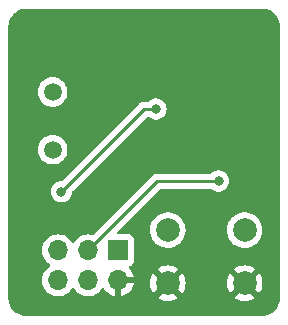
<source format=gbr>
%TF.GenerationSoftware,KiCad,Pcbnew,6.0.11+dfsg-1~bpo11+1*%
%TF.CreationDate,2023-08-17T01:34:46-07:00*%
%TF.ProjectId,electrical_intro_project,656c6563-7472-4696-9361-6c5f696e7472,rev?*%
%TF.SameCoordinates,Original*%
%TF.FileFunction,Copper,L2,Bot*%
%TF.FilePolarity,Positive*%
%FSLAX46Y46*%
G04 Gerber Fmt 4.6, Leading zero omitted, Abs format (unit mm)*
G04 Created by KiCad (PCBNEW 6.0.11+dfsg-1~bpo11+1) date 2023-08-17 01:34:46*
%MOMM*%
%LPD*%
G01*
G04 APERTURE LIST*
%TA.AperFunction,ComponentPad*%
%ADD10C,1.500000*%
%TD*%
%TA.AperFunction,ComponentPad*%
%ADD11C,2.000000*%
%TD*%
%TA.AperFunction,ComponentPad*%
%ADD12R,1.700000X1.700000*%
%TD*%
%TA.AperFunction,ComponentPad*%
%ADD13O,1.700000X1.700000*%
%TD*%
%TA.AperFunction,ViaPad*%
%ADD14C,0.800000*%
%TD*%
%TA.AperFunction,Conductor*%
%ADD15C,0.250000*%
%TD*%
%TA.AperFunction,Conductor*%
%ADD16C,0.500000*%
%TD*%
G04 APERTURE END LIST*
D10*
%TO.P,Y1,2,2*%
%TO.N,XTAL2*%
X117250000Y-105430000D03*
%TO.P,Y1,1,1*%
%TO.N,XTAL1*%
X117250000Y-100550000D03*
%TD*%
D11*
%TO.P,SW1,1,1*%
%TO.N,+5V*%
X127000000Y-116750000D03*
X133500000Y-116750000D03*
%TO.P,SW1,2,2*%
%TO.N,button_pin*%
X133500000Y-112250000D03*
X127000000Y-112250000D03*
%TD*%
D12*
%TO.P,J1,1,MISO*%
%TO.N,MISO*%
X122790000Y-113960000D03*
D13*
%TO.P,J1,2,VCC*%
%TO.N,+5V*%
X122790000Y-116500000D03*
%TO.P,J1,3,SCK*%
%TO.N,SCK*%
X120250000Y-113960000D03*
%TO.P,J1,4,MOSI*%
%TO.N,MOSI*%
X120250000Y-116500000D03*
%TO.P,J1,5,~{RST}*%
%TO.N,RST*%
X117710000Y-113960000D03*
%TO.P,J1,6,GND*%
%TO.N,GND*%
X117710000Y-116500000D03*
%TD*%
D14*
%TO.N,RST*%
X126000000Y-102000000D03*
X118000000Y-109000000D03*
%TO.N,+5V*%
X133250000Y-106250000D03*
X121000000Y-109500000D03*
X129000000Y-104000000D03*
X125500000Y-103250000D03*
%TO.N,SCK*%
X131300000Y-108100000D03*
%TD*%
D15*
%TO.N,RST*%
X118000000Y-109000000D02*
X125000000Y-102000000D01*
X125000000Y-102000000D02*
X126000000Y-102000000D01*
D16*
%TO.N,+5V*%
X123040000Y-116750000D02*
X122790000Y-116500000D01*
D15*
%TO.N,SCK*%
X131300000Y-108100000D02*
X126110000Y-108100000D01*
X126110000Y-108100000D02*
X120250000Y-113960000D01*
%TD*%
%TA.AperFunction,Conductor*%
%TO.N,+5V*%
G36*
X134970489Y-93501976D02*
G01*
X134985093Y-93504250D01*
X134985095Y-93504250D01*
X134993823Y-93505609D01*
X135008845Y-93503645D01*
X135033760Y-93502915D01*
X135090607Y-93506981D01*
X135204561Y-93515131D01*
X135222063Y-93517647D01*
X135404088Y-93557244D01*
X135413788Y-93559354D01*
X135430764Y-93564338D01*
X135614609Y-93632909D01*
X135630702Y-93640259D01*
X135802905Y-93734289D01*
X135817788Y-93743854D01*
X135974867Y-93861442D01*
X135988238Y-93873028D01*
X136126972Y-94011762D01*
X136138558Y-94025133D01*
X136256146Y-94182212D01*
X136265711Y-94197095D01*
X136359741Y-94369298D01*
X136367091Y-94385391D01*
X136435662Y-94569236D01*
X136440646Y-94586212D01*
X136482352Y-94777932D01*
X136484870Y-94795444D01*
X136496586Y-94959255D01*
X136495849Y-94976977D01*
X136495750Y-94985093D01*
X136494391Y-94993823D01*
X136496188Y-95007563D01*
X136498453Y-95024886D01*
X136499500Y-95040964D01*
X136499500Y-117951413D01*
X136498024Y-117970489D01*
X136496127Y-117982676D01*
X136494391Y-117993823D01*
X136496355Y-118008845D01*
X136497085Y-118033760D01*
X136485928Y-118189765D01*
X136484870Y-118204556D01*
X136482352Y-118222068D01*
X136440646Y-118413788D01*
X136435662Y-118430764D01*
X136367091Y-118614609D01*
X136359741Y-118630702D01*
X136265711Y-118802905D01*
X136256146Y-118817788D01*
X136138558Y-118974867D01*
X136126972Y-118988238D01*
X135988238Y-119126972D01*
X135974867Y-119138558D01*
X135817788Y-119256146D01*
X135802905Y-119265711D01*
X135630702Y-119359741D01*
X135614609Y-119367091D01*
X135430764Y-119435662D01*
X135413788Y-119440646D01*
X135222063Y-119482353D01*
X135204561Y-119484869D01*
X135040743Y-119496586D01*
X135023023Y-119495849D01*
X135014907Y-119495750D01*
X135006177Y-119494391D01*
X134975114Y-119498453D01*
X134959036Y-119499500D01*
X115048587Y-119499500D01*
X115029511Y-119498024D01*
X115014907Y-119495750D01*
X115014905Y-119495750D01*
X115006177Y-119494391D01*
X114991155Y-119496355D01*
X114966240Y-119497085D01*
X114909393Y-119493019D01*
X114795439Y-119484869D01*
X114777937Y-119482353D01*
X114586212Y-119440646D01*
X114569236Y-119435662D01*
X114385391Y-119367091D01*
X114369298Y-119359741D01*
X114197095Y-119265711D01*
X114182212Y-119256146D01*
X114025133Y-119138558D01*
X114011762Y-119126972D01*
X113873028Y-118988238D01*
X113861442Y-118974867D01*
X113743854Y-118817788D01*
X113734289Y-118802905D01*
X113640259Y-118630702D01*
X113632909Y-118614609D01*
X113564338Y-118430764D01*
X113559354Y-118413788D01*
X113517648Y-118222068D01*
X113515130Y-118204556D01*
X113513858Y-118186764D01*
X113503668Y-118044299D01*
X113504737Y-118021890D01*
X113504273Y-118021848D01*
X113504701Y-118017078D01*
X113505496Y-118012354D01*
X113505647Y-118000000D01*
X113504763Y-117993823D01*
X113503166Y-117982676D01*
X126132064Y-117982676D01*
X126137701Y-117990206D01*
X126309106Y-118095245D01*
X126317769Y-118099659D01*
X126528061Y-118186764D01*
X126537297Y-118189765D01*
X126758634Y-118242904D01*
X126768219Y-118244422D01*
X126995146Y-118262281D01*
X127004854Y-118262281D01*
X127231781Y-118244422D01*
X127241366Y-118242904D01*
X127462703Y-118189765D01*
X127471939Y-118186764D01*
X127682231Y-118099659D01*
X127690894Y-118095245D01*
X127858689Y-117992419D01*
X127867503Y-117982676D01*
X132632064Y-117982676D01*
X132637701Y-117990206D01*
X132809106Y-118095245D01*
X132817769Y-118099659D01*
X133028061Y-118186764D01*
X133037297Y-118189765D01*
X133258634Y-118242904D01*
X133268219Y-118244422D01*
X133495146Y-118262281D01*
X133504854Y-118262281D01*
X133731781Y-118244422D01*
X133741366Y-118242904D01*
X133962703Y-118189765D01*
X133971939Y-118186764D01*
X134182231Y-118099659D01*
X134190894Y-118095245D01*
X134358689Y-117992419D01*
X134368001Y-117982125D01*
X134364278Y-117973488D01*
X133512607Y-117121817D01*
X133498887Y-117114325D01*
X133497081Y-117114454D01*
X133490574Y-117118636D01*
X132638715Y-117970495D01*
X132632064Y-117982676D01*
X127867503Y-117982676D01*
X127868001Y-117982125D01*
X127864278Y-117973488D01*
X127012607Y-117121817D01*
X126998887Y-117114325D01*
X126997081Y-117114454D01*
X126990574Y-117118636D01*
X126138715Y-117970495D01*
X126132064Y-117982676D01*
X113503166Y-117982676D01*
X113501752Y-117972802D01*
X113500500Y-117955223D01*
X113500500Y-116500000D01*
X116354341Y-116500000D01*
X116374937Y-116735408D01*
X116376336Y-116740631D01*
X116376337Y-116740634D01*
X116381466Y-116759774D01*
X116436097Y-116963663D01*
X116438384Y-116968567D01*
X116438386Y-116968573D01*
X116508363Y-117118636D01*
X116535965Y-117177829D01*
X116539072Y-117182266D01*
X116539073Y-117182268D01*
X116668399Y-117366966D01*
X116668403Y-117366970D01*
X116671505Y-117371401D01*
X116838599Y-117538495D01*
X117032170Y-117674035D01*
X117246337Y-117773903D01*
X117330137Y-117796357D01*
X117469366Y-117833663D01*
X117469369Y-117833664D01*
X117474592Y-117835063D01*
X117479979Y-117835534D01*
X117479983Y-117835535D01*
X117704605Y-117855187D01*
X117710000Y-117855659D01*
X117715395Y-117855187D01*
X117940017Y-117835535D01*
X117940021Y-117835534D01*
X117945408Y-117835063D01*
X117950631Y-117833664D01*
X117950634Y-117833663D01*
X118089863Y-117796357D01*
X118173663Y-117773903D01*
X118387830Y-117674035D01*
X118581401Y-117538495D01*
X118748495Y-117371401D01*
X118751597Y-117366970D01*
X118751601Y-117366966D01*
X118878425Y-117185841D01*
X118933002Y-117142216D01*
X119002500Y-117135022D01*
X119064855Y-117166545D01*
X119081575Y-117185841D01*
X119208399Y-117366966D01*
X119208403Y-117366970D01*
X119211505Y-117371401D01*
X119378599Y-117538495D01*
X119572170Y-117674035D01*
X119786337Y-117773903D01*
X119870137Y-117796357D01*
X120009366Y-117833663D01*
X120009369Y-117833664D01*
X120014592Y-117835063D01*
X120019979Y-117835534D01*
X120019983Y-117835535D01*
X120244605Y-117855187D01*
X120250000Y-117855659D01*
X120255395Y-117855187D01*
X120480017Y-117835535D01*
X120480021Y-117835534D01*
X120485408Y-117835063D01*
X120490631Y-117833664D01*
X120490634Y-117833663D01*
X120629863Y-117796357D01*
X120713663Y-117773903D01*
X120927830Y-117674035D01*
X121121401Y-117538495D01*
X121288495Y-117371401D01*
X121291597Y-117366970D01*
X121291601Y-117366966D01*
X121416107Y-117189152D01*
X121470684Y-117145527D01*
X121540182Y-117138333D01*
X121602537Y-117169856D01*
X121623409Y-117195485D01*
X121687731Y-117300448D01*
X121693725Y-117308639D01*
X121833270Y-117469734D01*
X121840515Y-117476829D01*
X122004497Y-117612969D01*
X122012813Y-117618791D01*
X122196820Y-117726317D01*
X122205976Y-117730703D01*
X122405077Y-117806732D01*
X122414816Y-117809562D01*
X122518532Y-117830663D01*
X122532357Y-117829487D01*
X122536000Y-117819301D01*
X122536000Y-117818802D01*
X123044000Y-117818802D01*
X123048001Y-117832427D01*
X123061200Y-117834429D01*
X123068269Y-117833523D01*
X123078182Y-117831416D01*
X123282332Y-117770168D01*
X123291768Y-117766470D01*
X123483168Y-117672703D01*
X123491877Y-117667512D01*
X123665402Y-117543739D01*
X123673135Y-117537203D01*
X123824103Y-117386760D01*
X123830687Y-117379024D01*
X123955050Y-117205955D01*
X123960278Y-117197254D01*
X124054707Y-117006193D01*
X124058444Y-116996753D01*
X124120402Y-116792829D01*
X124122544Y-116782918D01*
X124124024Y-116771676D01*
X124121847Y-116757719D01*
X124111871Y-116754854D01*
X125487719Y-116754854D01*
X125505578Y-116981781D01*
X125507096Y-116991366D01*
X125560235Y-117212703D01*
X125563236Y-117221939D01*
X125650341Y-117432231D01*
X125654755Y-117440894D01*
X125757581Y-117608689D01*
X125767875Y-117618001D01*
X125776512Y-117614278D01*
X126628183Y-116762607D01*
X126634459Y-116751113D01*
X127364325Y-116751113D01*
X127364454Y-116752919D01*
X127368636Y-116759426D01*
X128220495Y-117611285D01*
X128232676Y-117617936D01*
X128240206Y-117612299D01*
X128345245Y-117440894D01*
X128349659Y-117432231D01*
X128436764Y-117221939D01*
X128439765Y-117212703D01*
X128492904Y-116991366D01*
X128494422Y-116981781D01*
X128512281Y-116754854D01*
X131987719Y-116754854D01*
X132005578Y-116981781D01*
X132007096Y-116991366D01*
X132060235Y-117212703D01*
X132063236Y-117221939D01*
X132150341Y-117432231D01*
X132154755Y-117440894D01*
X132257581Y-117608689D01*
X132267875Y-117618001D01*
X132276512Y-117614278D01*
X133128183Y-116762607D01*
X133134459Y-116751113D01*
X133864325Y-116751113D01*
X133864454Y-116752919D01*
X133868636Y-116759426D01*
X134720495Y-117611285D01*
X134732676Y-117617936D01*
X134740206Y-117612299D01*
X134845245Y-117440894D01*
X134849659Y-117432231D01*
X134936764Y-117221939D01*
X134939765Y-117212703D01*
X134992904Y-116991366D01*
X134994422Y-116981781D01*
X135012281Y-116754854D01*
X135012281Y-116745146D01*
X134994422Y-116518219D01*
X134992904Y-116508634D01*
X134939765Y-116287297D01*
X134936764Y-116278061D01*
X134849659Y-116067769D01*
X134845245Y-116059106D01*
X134742419Y-115891311D01*
X134732125Y-115881999D01*
X134723488Y-115885722D01*
X133871817Y-116737393D01*
X133864325Y-116751113D01*
X133134459Y-116751113D01*
X133135675Y-116748887D01*
X133135546Y-116747081D01*
X133131364Y-116740574D01*
X132279505Y-115888715D01*
X132267324Y-115882064D01*
X132259794Y-115887701D01*
X132154755Y-116059106D01*
X132150341Y-116067769D01*
X132063236Y-116278061D01*
X132060235Y-116287297D01*
X132007096Y-116508634D01*
X132005578Y-116518219D01*
X131987719Y-116745146D01*
X131987719Y-116754854D01*
X128512281Y-116754854D01*
X128512281Y-116745146D01*
X128494422Y-116518219D01*
X128492904Y-116508634D01*
X128439765Y-116287297D01*
X128436764Y-116278061D01*
X128349659Y-116067769D01*
X128345245Y-116059106D01*
X128242419Y-115891311D01*
X128232125Y-115881999D01*
X128223488Y-115885722D01*
X127371817Y-116737393D01*
X127364325Y-116751113D01*
X126634459Y-116751113D01*
X126635675Y-116748887D01*
X126635546Y-116747081D01*
X126631364Y-116740574D01*
X125779505Y-115888715D01*
X125767324Y-115882064D01*
X125759794Y-115887701D01*
X125654755Y-116059106D01*
X125650341Y-116067769D01*
X125563236Y-116278061D01*
X125560235Y-116287297D01*
X125507096Y-116508634D01*
X125505578Y-116518219D01*
X125487719Y-116745146D01*
X125487719Y-116754854D01*
X124111871Y-116754854D01*
X124108898Y-116754000D01*
X123061830Y-116754000D01*
X123046831Y-116758404D01*
X123045644Y-116759774D01*
X123044000Y-116767332D01*
X123044000Y-117818802D01*
X122536000Y-117818802D01*
X122536000Y-116370000D01*
X122555685Y-116302961D01*
X122608489Y-116257206D01*
X122660000Y-116246000D01*
X124108629Y-116246000D01*
X124121946Y-116242090D01*
X124123232Y-116233151D01*
X124081193Y-116065790D01*
X124077930Y-116056207D01*
X123992940Y-115860741D01*
X123988149Y-115851805D01*
X123872378Y-115672852D01*
X123866194Y-115664822D01*
X123732483Y-115517875D01*
X126131999Y-115517875D01*
X126135722Y-115526512D01*
X126987393Y-116378183D01*
X127001113Y-116385675D01*
X127002919Y-116385546D01*
X127009426Y-116381364D01*
X127861285Y-115529505D01*
X127867635Y-115517875D01*
X132631999Y-115517875D01*
X132635722Y-115526512D01*
X133487393Y-116378183D01*
X133501113Y-116385675D01*
X133502919Y-116385546D01*
X133509426Y-116381364D01*
X134361285Y-115529505D01*
X134367936Y-115517324D01*
X134362299Y-115509794D01*
X134190894Y-115404755D01*
X134182231Y-115400341D01*
X133971939Y-115313236D01*
X133962703Y-115310235D01*
X133741366Y-115257096D01*
X133731781Y-115255578D01*
X133504854Y-115237719D01*
X133495146Y-115237719D01*
X133268219Y-115255578D01*
X133258634Y-115257096D01*
X133037297Y-115310235D01*
X133028061Y-115313236D01*
X132817769Y-115400341D01*
X132809106Y-115404755D01*
X132641311Y-115507581D01*
X132631999Y-115517875D01*
X127867635Y-115517875D01*
X127867936Y-115517324D01*
X127862299Y-115509794D01*
X127690894Y-115404755D01*
X127682231Y-115400341D01*
X127471939Y-115313236D01*
X127462703Y-115310235D01*
X127241366Y-115257096D01*
X127231781Y-115255578D01*
X127004854Y-115237719D01*
X126995146Y-115237719D01*
X126768219Y-115255578D01*
X126758634Y-115257096D01*
X126537297Y-115310235D01*
X126528061Y-115313236D01*
X126317769Y-115400341D01*
X126309106Y-115404755D01*
X126141311Y-115507581D01*
X126131999Y-115517875D01*
X123732483Y-115517875D01*
X123722751Y-115507180D01*
X123721046Y-115505590D01*
X123720564Y-115504777D01*
X123719328Y-115503418D01*
X123719608Y-115503163D01*
X123685439Y-115445475D01*
X123687985Y-115375651D01*
X123727876Y-115318289D01*
X123762083Y-115298789D01*
X123874555Y-115256626D01*
X123874556Y-115256626D01*
X123882824Y-115253526D01*
X123889889Y-115248231D01*
X123889891Y-115248230D01*
X123990481Y-115172841D01*
X123997546Y-115167546D01*
X124083526Y-115052824D01*
X124133851Y-114918580D01*
X124140500Y-114857377D01*
X124140499Y-113062624D01*
X124133851Y-113001420D01*
X124083526Y-112867176D01*
X123997546Y-112752454D01*
X123990481Y-112747159D01*
X123889891Y-112671770D01*
X123889889Y-112671769D01*
X123882824Y-112666474D01*
X123748580Y-112616149D01*
X123687377Y-112609500D01*
X123674032Y-112609500D01*
X122784451Y-112609501D01*
X122717413Y-112589817D01*
X122671658Y-112537013D01*
X122661714Y-112467854D01*
X122690739Y-112404298D01*
X122696771Y-112397820D01*
X122881377Y-112213214D01*
X125494806Y-112213214D01*
X125509010Y-112459545D01*
X125510129Y-112464509D01*
X125560582Y-112688387D01*
X125563255Y-112700249D01*
X125565168Y-112704960D01*
X125631037Y-112867176D01*
X125656084Y-112928861D01*
X125658746Y-112933205D01*
X125782344Y-113134898D01*
X125782348Y-113134903D01*
X125785006Y-113139241D01*
X125788338Y-113143087D01*
X125788339Y-113143089D01*
X125913070Y-113287082D01*
X125946557Y-113325741D01*
X125950467Y-113328988D01*
X125950471Y-113328991D01*
X126036007Y-113400004D01*
X126136399Y-113483351D01*
X126238967Y-113543287D01*
X126345036Y-113605269D01*
X126345040Y-113605271D01*
X126349433Y-113607838D01*
X126579939Y-113695859D01*
X126695478Y-113719366D01*
X126816741Y-113744038D01*
X126816744Y-113744038D01*
X126821726Y-113745052D01*
X126983367Y-113750979D01*
X127063221Y-113753907D01*
X127063224Y-113753907D01*
X127068300Y-113754093D01*
X127313041Y-113722741D01*
X127402644Y-113695859D01*
X127544502Y-113653300D01*
X127544506Y-113653299D01*
X127549374Y-113651838D01*
X127770954Y-113543287D01*
X127775099Y-113540330D01*
X127775103Y-113540328D01*
X127967686Y-113402959D01*
X127971829Y-113400004D01*
X128146605Y-113225837D01*
X128290588Y-113025463D01*
X128399911Y-112804264D01*
X128471639Y-112568180D01*
X128503845Y-112323550D01*
X128505643Y-112250000D01*
X128503037Y-112218297D01*
X128502619Y-112213214D01*
X131994806Y-112213214D01*
X132009010Y-112459545D01*
X132010129Y-112464509D01*
X132060582Y-112688387D01*
X132063255Y-112700249D01*
X132065168Y-112704960D01*
X132131037Y-112867176D01*
X132156084Y-112928861D01*
X132158746Y-112933205D01*
X132282344Y-113134898D01*
X132282348Y-113134903D01*
X132285006Y-113139241D01*
X132288338Y-113143087D01*
X132288339Y-113143089D01*
X132413070Y-113287082D01*
X132446557Y-113325741D01*
X132450467Y-113328988D01*
X132450471Y-113328991D01*
X132536007Y-113400004D01*
X132636399Y-113483351D01*
X132738967Y-113543287D01*
X132845036Y-113605269D01*
X132845040Y-113605271D01*
X132849433Y-113607838D01*
X133079939Y-113695859D01*
X133195478Y-113719366D01*
X133316741Y-113744038D01*
X133316744Y-113744038D01*
X133321726Y-113745052D01*
X133483367Y-113750979D01*
X133563221Y-113753907D01*
X133563224Y-113753907D01*
X133568300Y-113754093D01*
X133813041Y-113722741D01*
X133902644Y-113695859D01*
X134044502Y-113653300D01*
X134044506Y-113653299D01*
X134049374Y-113651838D01*
X134270954Y-113543287D01*
X134275099Y-113540330D01*
X134275103Y-113540328D01*
X134467686Y-113402959D01*
X134471829Y-113400004D01*
X134646605Y-113225837D01*
X134790588Y-113025463D01*
X134899911Y-112804264D01*
X134971639Y-112568180D01*
X135003845Y-112323550D01*
X135005643Y-112250000D01*
X135003037Y-112218297D01*
X134985842Y-112009164D01*
X134985425Y-112004089D01*
X134925316Y-111764783D01*
X134826928Y-111538507D01*
X134692905Y-111331339D01*
X134630203Y-111262431D01*
X134530278Y-111152613D01*
X134530274Y-111152609D01*
X134526846Y-111148842D01*
X134333210Y-110995918D01*
X134282695Y-110968032D01*
X134121653Y-110879132D01*
X134121650Y-110879131D01*
X134117198Y-110876673D01*
X133884610Y-110794309D01*
X133641694Y-110751039D01*
X133555090Y-110749981D01*
X133400062Y-110748087D01*
X133400060Y-110748087D01*
X133394972Y-110748025D01*
X133151070Y-110785347D01*
X132916540Y-110862003D01*
X132912026Y-110864353D01*
X132702194Y-110973584D01*
X132702188Y-110973588D01*
X132697679Y-110975935D01*
X132500364Y-111124083D01*
X132496848Y-111127762D01*
X132496846Y-111127764D01*
X132476704Y-111148842D01*
X132329896Y-111302468D01*
X132327032Y-111306667D01*
X132327030Y-111306669D01*
X132193722Y-111502091D01*
X132190851Y-111506300D01*
X132086965Y-111730104D01*
X132021026Y-111967871D01*
X131994806Y-112213214D01*
X128502619Y-112213214D01*
X128485842Y-112009164D01*
X128485425Y-112004089D01*
X128425316Y-111764783D01*
X128326928Y-111538507D01*
X128192905Y-111331339D01*
X128130203Y-111262431D01*
X128030278Y-111152613D01*
X128030274Y-111152609D01*
X128026846Y-111148842D01*
X127833210Y-110995918D01*
X127782695Y-110968032D01*
X127621653Y-110879132D01*
X127621650Y-110879131D01*
X127617198Y-110876673D01*
X127384610Y-110794309D01*
X127141694Y-110751039D01*
X127055090Y-110749981D01*
X126900062Y-110748087D01*
X126900060Y-110748087D01*
X126894972Y-110748025D01*
X126651070Y-110785347D01*
X126416540Y-110862003D01*
X126412026Y-110864353D01*
X126202194Y-110973584D01*
X126202188Y-110973588D01*
X126197679Y-110975935D01*
X126000364Y-111124083D01*
X125996848Y-111127762D01*
X125996846Y-111127764D01*
X125976704Y-111148842D01*
X125829896Y-111302468D01*
X125827032Y-111306667D01*
X125827030Y-111306669D01*
X125693722Y-111502091D01*
X125690851Y-111506300D01*
X125586965Y-111730104D01*
X125521026Y-111967871D01*
X125494806Y-112213214D01*
X122881377Y-112213214D01*
X126332772Y-108761819D01*
X126394095Y-108728334D01*
X126420453Y-108725500D01*
X130596252Y-108725500D01*
X130663291Y-108745185D01*
X130688398Y-108766524D01*
X130694129Y-108772888D01*
X130847270Y-108884151D01*
X131020197Y-108961144D01*
X131088637Y-108975691D01*
X131198991Y-108999148D01*
X131198996Y-108999148D01*
X131205354Y-109000500D01*
X131394646Y-109000500D01*
X131401004Y-108999148D01*
X131401009Y-108999148D01*
X131511363Y-108975691D01*
X131579803Y-108961144D01*
X131752730Y-108884151D01*
X131905871Y-108772888D01*
X131945988Y-108728334D01*
X132028186Y-108637044D01*
X132028187Y-108637043D01*
X132032533Y-108632216D01*
X132127179Y-108468284D01*
X132185674Y-108288256D01*
X132205460Y-108100000D01*
X132185674Y-107911744D01*
X132127179Y-107731716D01*
X132032533Y-107567784D01*
X131976377Y-107505416D01*
X131910220Y-107431942D01*
X131910219Y-107431941D01*
X131905871Y-107427112D01*
X131752730Y-107315849D01*
X131579803Y-107238856D01*
X131511363Y-107224309D01*
X131401009Y-107200852D01*
X131401004Y-107200852D01*
X131394646Y-107199500D01*
X131205354Y-107199500D01*
X131198996Y-107200852D01*
X131198991Y-107200852D01*
X131088637Y-107224309D01*
X131020197Y-107238856D01*
X130847270Y-107315849D01*
X130694129Y-107427112D01*
X130689781Y-107431941D01*
X130688399Y-107433476D01*
X130687378Y-107434105D01*
X130684950Y-107436291D01*
X130684550Y-107435847D01*
X130628911Y-107470122D01*
X130596252Y-107474500D01*
X126187771Y-107474500D01*
X126176718Y-107473979D01*
X126169332Y-107472328D01*
X126161534Y-107472573D01*
X126102144Y-107474439D01*
X126098250Y-107474500D01*
X126070650Y-107474500D01*
X126066681Y-107475001D01*
X126055034Y-107475919D01*
X126025457Y-107476848D01*
X126019167Y-107477046D01*
X126019166Y-107477046D01*
X126011372Y-107477291D01*
X126003884Y-107479467D01*
X126003881Y-107479467D01*
X125992134Y-107482880D01*
X125973084Y-107486825D01*
X125971035Y-107487084D01*
X125953208Y-107489336D01*
X125945956Y-107492207D01*
X125945953Y-107492208D01*
X125912593Y-107505416D01*
X125901542Y-107509200D01*
X125859610Y-107521383D01*
X125852900Y-107525351D01*
X125852898Y-107525352D01*
X125842364Y-107531581D01*
X125824900Y-107540136D01*
X125813734Y-107544558D01*
X125806268Y-107547514D01*
X125770922Y-107573194D01*
X125761174Y-107579596D01*
X125723579Y-107601830D01*
X125709415Y-107615994D01*
X125694619Y-107628631D01*
X125684726Y-107635818D01*
X125684720Y-107635824D01*
X125678413Y-107640406D01*
X125673441Y-107646416D01*
X125673440Y-107646417D01*
X125650578Y-107674053D01*
X125642715Y-107682694D01*
X120705647Y-112619762D01*
X120644324Y-112653247D01*
X120585873Y-112651856D01*
X120490635Y-112626337D01*
X120490629Y-112626336D01*
X120485408Y-112624937D01*
X120480021Y-112624466D01*
X120480017Y-112624465D01*
X120255395Y-112604813D01*
X120250000Y-112604341D01*
X120244605Y-112604813D01*
X120019983Y-112624465D01*
X120019979Y-112624466D01*
X120014592Y-112624937D01*
X120009369Y-112626336D01*
X120009366Y-112626337D01*
X119908936Y-112653247D01*
X119786337Y-112686097D01*
X119781433Y-112688384D01*
X119781427Y-112688386D01*
X119655390Y-112747159D01*
X119572171Y-112785965D01*
X119567734Y-112789072D01*
X119567732Y-112789073D01*
X119383034Y-112918399D01*
X119383033Y-112918400D01*
X119378599Y-112921505D01*
X119211505Y-113088599D01*
X119208403Y-113093030D01*
X119208399Y-113093034D01*
X119081575Y-113274159D01*
X119026998Y-113317784D01*
X118957500Y-113324978D01*
X118895145Y-113293455D01*
X118878425Y-113274159D01*
X118751601Y-113093034D01*
X118751597Y-113093030D01*
X118748495Y-113088599D01*
X118581401Y-112921505D01*
X118387830Y-112785965D01*
X118173663Y-112686097D01*
X118051064Y-112653247D01*
X117950634Y-112626337D01*
X117950631Y-112626336D01*
X117945408Y-112624937D01*
X117940021Y-112624466D01*
X117940017Y-112624465D01*
X117715395Y-112604813D01*
X117710000Y-112604341D01*
X117704605Y-112604813D01*
X117479983Y-112624465D01*
X117479979Y-112624466D01*
X117474592Y-112624937D01*
X117469369Y-112626336D01*
X117469366Y-112626337D01*
X117368936Y-112653247D01*
X117246337Y-112686097D01*
X117241433Y-112688384D01*
X117241427Y-112688386D01*
X117115390Y-112747159D01*
X117032171Y-112785965D01*
X117027734Y-112789072D01*
X117027732Y-112789073D01*
X116843034Y-112918399D01*
X116843033Y-112918400D01*
X116838599Y-112921505D01*
X116671505Y-113088599D01*
X116668403Y-113093030D01*
X116668399Y-113093034D01*
X116541575Y-113274159D01*
X116535965Y-113282171D01*
X116533675Y-113287082D01*
X116438386Y-113491427D01*
X116438384Y-113491433D01*
X116436097Y-113496337D01*
X116374937Y-113724592D01*
X116374466Y-113729979D01*
X116374465Y-113729983D01*
X116372412Y-113753447D01*
X116354341Y-113960000D01*
X116374937Y-114195408D01*
X116436097Y-114423663D01*
X116438384Y-114428567D01*
X116438386Y-114428573D01*
X116516004Y-114595022D01*
X116535965Y-114637829D01*
X116539072Y-114642266D01*
X116539073Y-114642268D01*
X116668399Y-114826966D01*
X116668403Y-114826970D01*
X116671505Y-114831401D01*
X116838599Y-114998495D01*
X116939950Y-115069462D01*
X117024159Y-115128426D01*
X117067783Y-115183003D01*
X117074976Y-115252502D01*
X117043454Y-115314856D01*
X117024160Y-115331575D01*
X116968822Y-115370322D01*
X116843034Y-115458399D01*
X116843033Y-115458400D01*
X116838599Y-115461505D01*
X116671505Y-115628599D01*
X116668403Y-115633030D01*
X116668399Y-115633034D01*
X116545474Y-115808591D01*
X116535965Y-115822171D01*
X116533675Y-115827082D01*
X116438386Y-116031427D01*
X116438384Y-116031433D01*
X116436097Y-116036337D01*
X116434695Y-116041570D01*
X116379919Y-116246000D01*
X116374937Y-116264592D01*
X116374466Y-116269979D01*
X116374465Y-116269983D01*
X116364343Y-116385675D01*
X116354341Y-116500000D01*
X113500500Y-116500000D01*
X113500500Y-109000000D01*
X117094540Y-109000000D01*
X117114326Y-109188256D01*
X117172821Y-109368284D01*
X117267467Y-109532216D01*
X117394129Y-109672888D01*
X117547270Y-109784151D01*
X117720197Y-109861144D01*
X117788637Y-109875691D01*
X117898991Y-109899148D01*
X117898996Y-109899148D01*
X117905354Y-109900500D01*
X118094646Y-109900500D01*
X118101004Y-109899148D01*
X118101009Y-109899148D01*
X118211363Y-109875691D01*
X118279803Y-109861144D01*
X118452730Y-109784151D01*
X118605871Y-109672888D01*
X118732533Y-109532216D01*
X118827179Y-109368284D01*
X118885674Y-109188256D01*
X118903321Y-109020348D01*
X118929905Y-108955734D01*
X118938961Y-108945629D01*
X125215410Y-102669181D01*
X125276733Y-102635696D01*
X125346425Y-102640680D01*
X125386060Y-102664709D01*
X125389780Y-102668058D01*
X125394129Y-102672888D01*
X125547270Y-102784151D01*
X125720197Y-102861144D01*
X125788637Y-102875691D01*
X125898991Y-102899148D01*
X125898996Y-102899148D01*
X125905354Y-102900500D01*
X126094646Y-102900500D01*
X126101004Y-102899148D01*
X126101009Y-102899148D01*
X126211363Y-102875691D01*
X126279803Y-102861144D01*
X126452730Y-102784151D01*
X126605871Y-102672888D01*
X126639359Y-102635696D01*
X126728186Y-102537044D01*
X126728187Y-102537043D01*
X126732533Y-102532216D01*
X126827179Y-102368284D01*
X126885674Y-102188256D01*
X126905460Y-102000000D01*
X126885674Y-101811744D01*
X126827179Y-101631716D01*
X126732533Y-101467784D01*
X126648992Y-101375002D01*
X126610220Y-101331942D01*
X126610219Y-101331941D01*
X126605871Y-101327112D01*
X126452730Y-101215849D01*
X126279803Y-101138856D01*
X126211363Y-101124309D01*
X126101009Y-101100852D01*
X126101004Y-101100852D01*
X126094646Y-101099500D01*
X125905354Y-101099500D01*
X125898996Y-101100852D01*
X125898991Y-101100852D01*
X125788637Y-101124309D01*
X125720197Y-101138856D01*
X125547270Y-101215849D01*
X125394129Y-101327112D01*
X125389781Y-101331941D01*
X125388399Y-101333476D01*
X125387378Y-101334105D01*
X125384950Y-101336291D01*
X125384550Y-101335847D01*
X125328911Y-101370122D01*
X125296252Y-101374500D01*
X125077775Y-101374500D01*
X125066719Y-101373978D01*
X125059333Y-101372327D01*
X124994269Y-101374372D01*
X124992127Y-101374439D01*
X124988232Y-101374500D01*
X124960650Y-101374500D01*
X124956800Y-101374986D01*
X124956792Y-101374987D01*
X124956677Y-101375002D01*
X124945022Y-101375920D01*
X124901373Y-101377291D01*
X124893882Y-101379467D01*
X124893878Y-101379468D01*
X124882134Y-101382880D01*
X124863080Y-101386826D01*
X124843208Y-101389336D01*
X124802601Y-101405414D01*
X124791545Y-101409199D01*
X124749610Y-101421382D01*
X124732370Y-101431578D01*
X124714897Y-101440138D01*
X124703526Y-101444640D01*
X124703523Y-101444641D01*
X124696268Y-101447514D01*
X124675014Y-101462956D01*
X124660940Y-101473181D01*
X124651178Y-101479593D01*
X124620297Y-101497856D01*
X124620289Y-101497862D01*
X124613580Y-101501830D01*
X124599416Y-101515994D01*
X124584620Y-101528631D01*
X124568413Y-101540406D01*
X124563439Y-101546419D01*
X124540573Y-101574059D01*
X124532710Y-101582700D01*
X118052228Y-108063181D01*
X117990905Y-108096666D01*
X117964547Y-108099500D01*
X117905354Y-108099500D01*
X117898996Y-108100852D01*
X117898991Y-108100852D01*
X117788637Y-108124309D01*
X117720197Y-108138856D01*
X117547270Y-108215849D01*
X117394129Y-108327112D01*
X117389780Y-108331942D01*
X117272580Y-108462106D01*
X117267467Y-108467784D01*
X117172821Y-108631716D01*
X117114326Y-108811744D01*
X117094540Y-109000000D01*
X113500500Y-109000000D01*
X113500500Y-105430000D01*
X115994723Y-105430000D01*
X116013793Y-105647977D01*
X116070425Y-105859330D01*
X116162898Y-106057638D01*
X116166005Y-106062075D01*
X116166006Y-106062077D01*
X116285296Y-106232442D01*
X116285300Y-106232446D01*
X116288402Y-106236877D01*
X116443123Y-106391598D01*
X116622361Y-106517102D01*
X116820670Y-106609575D01*
X116825893Y-106610974D01*
X116825897Y-106610976D01*
X116992901Y-106655724D01*
X117032023Y-106666207D01*
X117250000Y-106685277D01*
X117467977Y-106666207D01*
X117507099Y-106655724D01*
X117674103Y-106610976D01*
X117674107Y-106610974D01*
X117679330Y-106609575D01*
X117877639Y-106517102D01*
X118056877Y-106391598D01*
X118211598Y-106236877D01*
X118214700Y-106232446D01*
X118214704Y-106232442D01*
X118333994Y-106062077D01*
X118333995Y-106062075D01*
X118337102Y-106057638D01*
X118429575Y-105859330D01*
X118486207Y-105647977D01*
X118505277Y-105430000D01*
X118486207Y-105212023D01*
X118429575Y-105000670D01*
X118337102Y-104802362D01*
X118333994Y-104797923D01*
X118214704Y-104627558D01*
X118214700Y-104627554D01*
X118211598Y-104623123D01*
X118056877Y-104468402D01*
X117877639Y-104342898D01*
X117679330Y-104250425D01*
X117674107Y-104249026D01*
X117674103Y-104249024D01*
X117473209Y-104195195D01*
X117473210Y-104195195D01*
X117467977Y-104193793D01*
X117250000Y-104174723D01*
X117032023Y-104193793D01*
X117026790Y-104195195D01*
X117026791Y-104195195D01*
X116825897Y-104249024D01*
X116825893Y-104249026D01*
X116820670Y-104250425D01*
X116622362Y-104342898D01*
X116617925Y-104346005D01*
X116617923Y-104346006D01*
X116447558Y-104465296D01*
X116447557Y-104465297D01*
X116443123Y-104468402D01*
X116288402Y-104623123D01*
X116285300Y-104627554D01*
X116285296Y-104627558D01*
X116166006Y-104797923D01*
X116162898Y-104802362D01*
X116070425Y-105000670D01*
X116013793Y-105212023D01*
X115994723Y-105430000D01*
X113500500Y-105430000D01*
X113500500Y-100550000D01*
X115994723Y-100550000D01*
X116013793Y-100767977D01*
X116070425Y-100979330D01*
X116162898Y-101177638D01*
X116166005Y-101182075D01*
X116166006Y-101182077D01*
X116285296Y-101352442D01*
X116285300Y-101352446D01*
X116288402Y-101356877D01*
X116443123Y-101511598D01*
X116622361Y-101637102D01*
X116820670Y-101729575D01*
X116825893Y-101730974D01*
X116825897Y-101730976D01*
X116992901Y-101775724D01*
X117032023Y-101786207D01*
X117250000Y-101805277D01*
X117467977Y-101786207D01*
X117507099Y-101775724D01*
X117674103Y-101730976D01*
X117674107Y-101730974D01*
X117679330Y-101729575D01*
X117877639Y-101637102D01*
X118056877Y-101511598D01*
X118211598Y-101356877D01*
X118214700Y-101352446D01*
X118214704Y-101352442D01*
X118333994Y-101182077D01*
X118333995Y-101182075D01*
X118337102Y-101177638D01*
X118429575Y-100979330D01*
X118486207Y-100767977D01*
X118505277Y-100550000D01*
X118486207Y-100332023D01*
X118429575Y-100120670D01*
X118337102Y-99922362D01*
X118333994Y-99917923D01*
X118214704Y-99747558D01*
X118214700Y-99747554D01*
X118211598Y-99743123D01*
X118056877Y-99588402D01*
X117877639Y-99462898D01*
X117679330Y-99370425D01*
X117674107Y-99369026D01*
X117674103Y-99369024D01*
X117473209Y-99315195D01*
X117473210Y-99315195D01*
X117467977Y-99313793D01*
X117250000Y-99294723D01*
X117032023Y-99313793D01*
X117026790Y-99315195D01*
X117026791Y-99315195D01*
X116825897Y-99369024D01*
X116825893Y-99369026D01*
X116820670Y-99370425D01*
X116622362Y-99462898D01*
X116617925Y-99466005D01*
X116617923Y-99466006D01*
X116447558Y-99585296D01*
X116447557Y-99585297D01*
X116443123Y-99588402D01*
X116288402Y-99743123D01*
X116285300Y-99747554D01*
X116285296Y-99747558D01*
X116166006Y-99917923D01*
X116162898Y-99922362D01*
X116070425Y-100120670D01*
X116013793Y-100332023D01*
X115994723Y-100550000D01*
X113500500Y-100550000D01*
X113500500Y-95052405D01*
X113502219Y-95031832D01*
X113502725Y-95028824D01*
X113505496Y-95012354D01*
X113505647Y-95000000D01*
X113504099Y-94989191D01*
X113503163Y-94962769D01*
X113515130Y-94795444D01*
X113517648Y-94777932D01*
X113559354Y-94586212D01*
X113564338Y-94569236D01*
X113632909Y-94385391D01*
X113640259Y-94369298D01*
X113734289Y-94197095D01*
X113743854Y-94182212D01*
X113861442Y-94025133D01*
X113873028Y-94011762D01*
X114011762Y-93873028D01*
X114025133Y-93861442D01*
X114182212Y-93743854D01*
X114197095Y-93734289D01*
X114369298Y-93640259D01*
X114385391Y-93632909D01*
X114569236Y-93564338D01*
X114586212Y-93559354D01*
X114595912Y-93557244D01*
X114777937Y-93517647D01*
X114795439Y-93515131D01*
X114959257Y-93503414D01*
X114976977Y-93504151D01*
X114985093Y-93504250D01*
X114993823Y-93505609D01*
X115024887Y-93501547D01*
X115040964Y-93500500D01*
X134951413Y-93500500D01*
X134970489Y-93501976D01*
G37*
%TD.AperFunction*%
%TD*%
M02*

</source>
